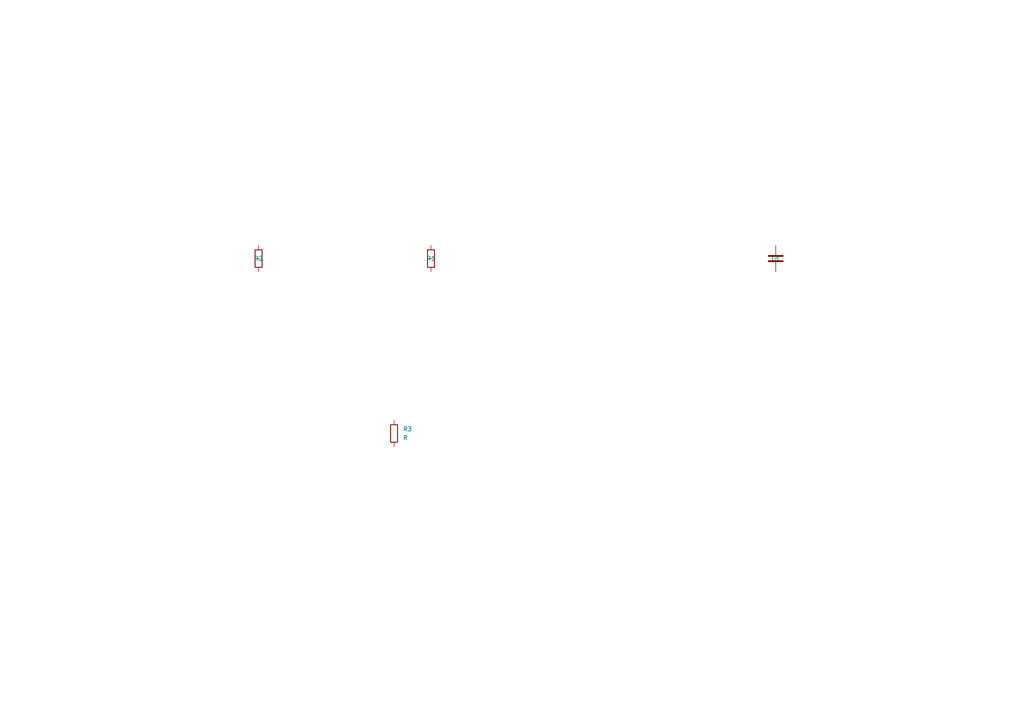
<source format=kicad_sch>
(kicad_sch (version 20231120) (generator "eeschema") (generator_version "8.0")
  (paper "A4")
  (lib_symbols
    (symbol "Device:C" (pin_numbers hide) (pin_names (offset 0.254))
      (property "Reference" "C" (at 0.635 2.54 0))
      (property "Value" "C" (at 0.635 -2.54 0))
      (symbol "C_0_1"
        (polyline (pts (xy -2.032 -0.762) (xy 2.032 -0.762)) (stroke (width 0.508)))
        (polyline (pts (xy -2.032 0.762) (xy 2.032 0.762)) (stroke (width 0.508)))
      )
      (symbol "C_1_1"
        (pin passive line (at 0 3.81 270) (length 2.794) (name "~") (number "1"))
        (pin passive line (at 0 -3.81 90) (length 2.794) (name "~") (number "2"))
      )
    )
    (symbol "Device:R" (pin_numbers hide) (pin_names (offset 0))
      (property "Reference" "R" (at 2.032 0 90))
      (property "Value" "R" (at 0 0 90))
      (symbol "R_0_1"
        (rectangle (start -1.016 -2.54) (end 1.016 2.54) (stroke (width 0.254)))
      )
      (symbol "R_1_1"
        (pin passive line (at 0 3.81 270) (length 1.27) (name "~") (number "1"))
        (pin passive line (at 0 -3.81 90) (length 1.27) (name "~") (number "2"))
      )
    )
  )
  (symbol (lib_id "Device:R") (at 75 75 0) (unit 1)
    (property "Reference" "R2" (at 75 75 0))
    (property "Value" "~" (at 75 75 0))
    (property "Description" "esistor" (effects (hide yes)))
  )
  (symbol (lib_id "Device:R") (at 125 75 0) (unit 1)
    (property "Reference" "R1" (at 125 75 0))
    (property "Value" "~" (at 125 75 0))
    (property "Description" "esistor" (effects (hide yes)))
  )
  (symbol (lib_id "Device:R") (at 114.3 125.73 0) (unit 1)
    (property "Reference" "R3" (at 116.84 124.4599 0) (effects (justify left)))
    (property "Value" "R" (at 116.84 126.9999 0) (effects (justify left)))
    (property "Description" "Resistor" (effects (hide yes)))
  )
  (symbol (lib_id "Device:C") (at 225 75 0) (unit 1)
    (property "Reference" "C1" (at 225 75 0))
    (property "Value" "~" (at 225 75 0))
    (property "Description" "npolarized capacitor" (effects (hide yes)))
  )
)
</source>
